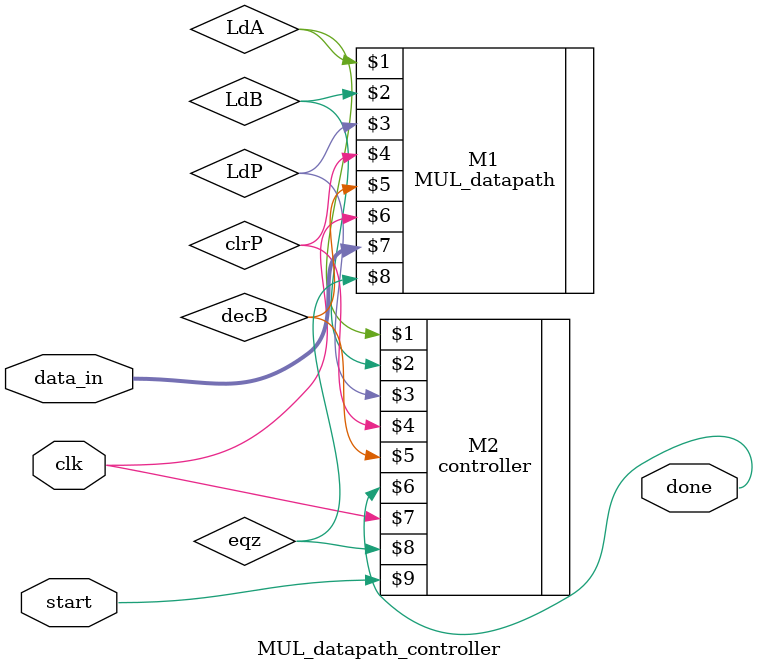
<source format=v>
module MUL_datapath_controller(
  input clk,
  input [15:0] data_in,
  input start,
  output done
);
  
  wire LdA, LdB, LdP, clrP, decB, eqz;
  
  MUL_datapath M1 (
   LdA,
   LdB,
   LdP,
   clrP,
   decB,
   clk,
   data_in,
   eqz
);
  
  controller M2 (
  LdA,
  LdB,
  LdP,
  clrP,
  decB,
  done,
  clk,
  eqz,
  start
);

endmodule
</source>
